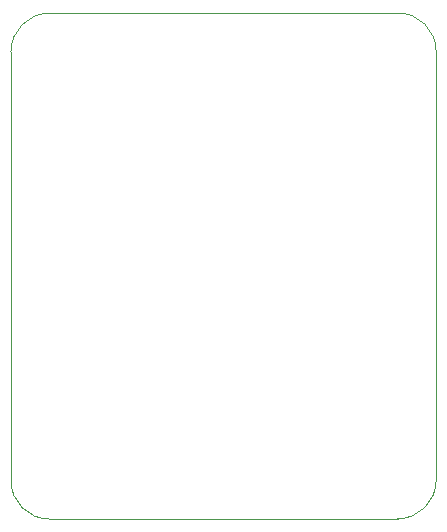
<source format=gbr>
%TF.GenerationSoftware,KiCad,Pcbnew,9.0.2*%
%TF.CreationDate,2025-11-13T14:06:28+01:00*%
%TF.ProjectId,current-meas,63757272-656e-4742-9d6d-6561732e6b69,rev?*%
%TF.SameCoordinates,Original*%
%TF.FileFunction,Profile,NP*%
%FSLAX46Y46*%
G04 Gerber Fmt 4.6, Leading zero omitted, Abs format (unit mm)*
G04 Created by KiCad (PCBNEW 9.0.2) date 2025-11-13 14:06:28*
%MOMM*%
%LPD*%
G01*
G04 APERTURE LIST*
%TA.AperFunction,Profile*%
%ADD10C,0.050000*%
%TD*%
G04 APERTURE END LIST*
D10*
X164617889Y-91345000D02*
G75*
G02*
X167867900Y-94595000I11J-3250000D01*
G01*
X167867889Y-130920000D02*
X167867889Y-94595000D01*
X135117889Y-134195000D02*
G75*
G02*
X131867900Y-130945000I11J3250000D01*
G01*
X164617889Y-134170000D02*
X135117889Y-134195000D01*
X131867889Y-94620000D02*
G75*
G02*
X135117889Y-91369989I3250011J0D01*
G01*
X164617889Y-91345000D02*
X135117889Y-91370000D01*
X167867889Y-130920000D02*
G75*
G02*
X164617889Y-134169989I-3249989J0D01*
G01*
X131867889Y-130945000D02*
X131867889Y-94620000D01*
M02*

</source>
